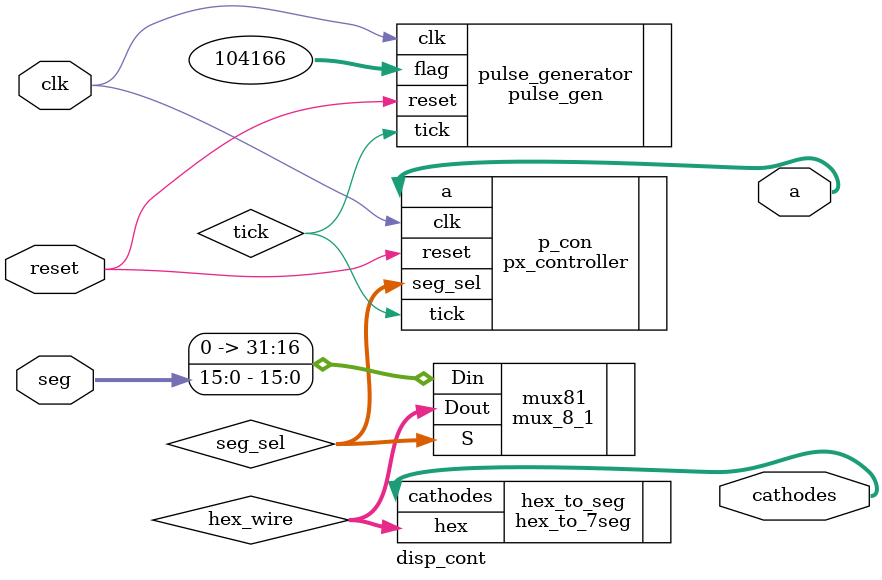
<source format=v>
`timescale 1ns / 1ps
module disp_cont(
    input clk,
    input reset,
    input  [15:0] seg,
    output  [7:0] a,
    output  [6:0] cathodes
    );
     
    //******************
    // wire declaration.
    //******************
    wire       clk_wire_1;
    wire [2:0] seg_sel;
    wire [3:0] hex_wire;
    wire 		tick;
	 

	
    //******************************************************************
    // initialization of the modules and putting them together into one.
    //****************************************************************** 
    pulse_gen pulse_generator(.clk(clk),			// Input
							  .reset(reset),		// Input
							  .flag(104_166),	    // Input
							  .tick(tick)			// Output
							 );		
     
    px_controller       p_con(.clk(clk),  			// Input
                              .reset(reset),        // Input
							  .tick(tick),			// Input
                              .a(a),                // Output
                              .seg_sel(seg_sel)     // Output
							 );
  
    mux_8_1             mux81(.S(seg_sel),          // Input  
                              .Din({16'b0,seg}),    // Input  
                              .Dout(hex_wire)       // Output 
                             );
  
    hex_to_7seg    hex_to_seg( .hex(hex_wire),   	// Input
                               .cathodes(cathodes)  // Output
                             );

endmodule

</source>
